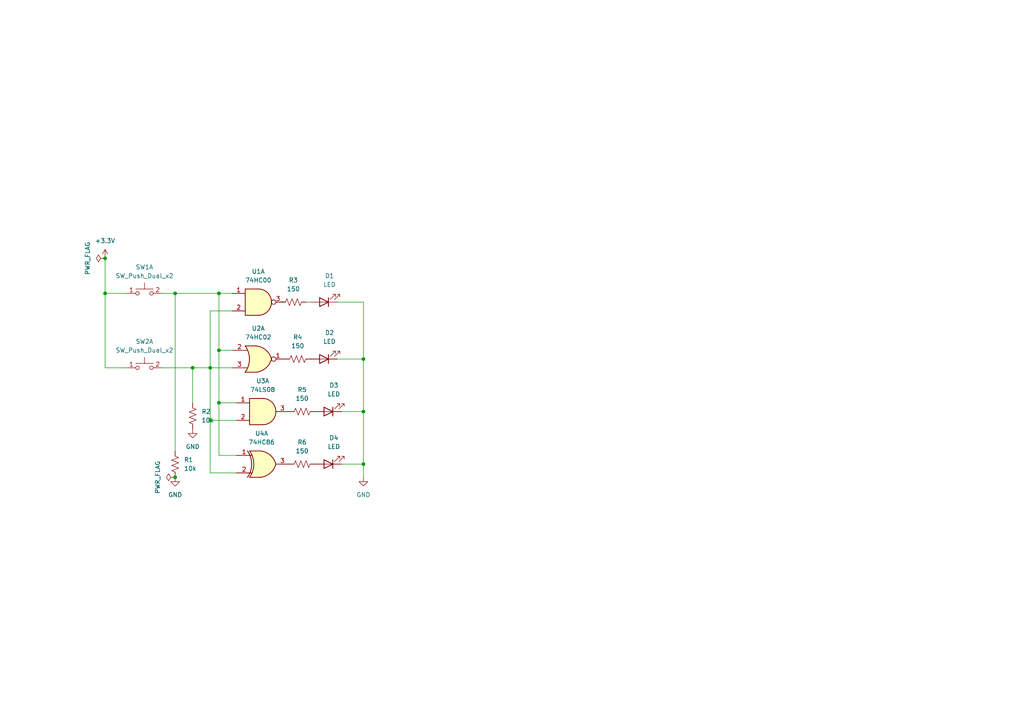
<source format=kicad_sch>
(kicad_sch (version 20211123) (generator eeschema)
  (paper "A4")
  (lib_symbols
    (symbol "74xx:74HC00" (pin_names (offset 1.016))
      (property "Reference" "U" (at 0 1.27 0))
      (property "Value" "74HC00" (at 0 -1.27 0))
      (symbol "74HC00_1_1"
        (arc (start 0 -3.81) (mid 3.81 0) (end 0 3.81) (stroke (width 0.254)) (fill (type background)))
        (polyline (pts (xy 0 3.81) (xy -3.81 3.81) (xy -3.81 -3.81) (xy 0 -3.81)) (stroke (width 0.254)) (fill (type background)))
        (pin input line (at -7.62 2.54 0) (length 3.81) (name "~") (number "1"))
        (pin input line (at -7.62 -2.54 0) (length 3.81) (name "~") (number "2"))
        (pin output inverted (at 7.62 0 180) (length 3.81) (name "~") (number "3"))
      )
      (symbol "74HC00_1_2"
        (arc (start -3.81 -3.81) (mid -2.589 0) (end -3.81 3.81) (stroke (width 0.254)))
        (arc (start -0.6096 -3.81) (mid 2.1842 -2.5851) (end 3.81 0) (stroke (width 0.254)) (fill (type background)))
        (polyline (pts (xy -3.81 -3.81) (xy -0.635 -3.81)) (stroke (width 0.254)) (fill (type background)))
        (polyline (pts (xy -3.81 3.81) (xy -0.635 3.81)) (stroke (width 0.254)) (fill (type background)))
        (polyline (pts (xy -0.635 3.81) (xy -3.81 3.81) (xy -3.81 3.81) (xy -3.556 3.4036) (xy -3.0226 2.2606) (xy -2.6924 1.0414) (xy -2.6162 -0.254) (xy -2.7686 -1.4986) (xy -3.175 -2.7178) (xy -3.81 -3.81) (xy -3.81 -3.81) (xy -0.635 -3.81)) (stroke (width -25.4)) (fill (type background)))
        (arc (start 3.81 0) (mid 2.1915 2.5936) (end -0.6096 3.81) (stroke (width 0.254)) (fill (type background)))
        (pin input inverted (at -7.62 2.54 0) (length 4.318) (name "~") (number "1"))
        (pin input inverted (at -7.62 -2.54 0) (length 4.318) (name "~") (number "2"))
        (pin output line (at 7.62 0 180) (length 3.81) (name "~") (number "3"))
      )
      (symbol "74HC00_2_1"
        (arc (start 0 -3.81) (mid 3.81 0) (end 0 3.81) (stroke (width 0.254)) (fill (type background)))
        (polyline (pts (xy 0 3.81) (xy -3.81 3.81) (xy -3.81 -3.81) (xy 0 -3.81)) (stroke (width 0.254)) (fill (type background)))
        (pin input line (at -7.62 2.54 0) (length 3.81) (name "~") (number "4"))
        (pin input line (at -7.62 -2.54 0) (length 3.81) (name "~") (number "5"))
        (pin output inverted (at 7.62 0 180) (length 3.81) (name "~") (number "6"))
      )
      (symbol "74HC00_2_2"
        (arc (start -3.81 -3.81) (mid -2.589 0) (end -3.81 3.81) (stroke (width 0.254)))
        (arc (start -0.6096 -3.81) (mid 2.1842 -2.5851) (end 3.81 0) (stroke (width 0.254)) (fill (type background)))
        (polyline (pts (xy -3.81 -3.81) (xy -0.635 -3.81)) (stroke (width 0.254)) (fill (type background)))
        (polyline (pts (xy -3.81 3.81) (xy -0.635 3.81)) (stroke (width 0.254)) (fill (type background)))
        (polyline (pts (xy -0.635 3.81) (xy -3.81 3.81) (xy -3.81 3.81) (xy -3.556 3.4036) (xy -3.0226 2.2606) (xy -2.6924 1.0414) (xy -2.6162 -0.254) (xy -2.7686 -1.4986) (xy -3.175 -2.7178) (xy -3.81 -3.81) (xy -3.81 -3.81) (xy -0.635 -3.81)) (stroke (width -25.4)) (fill (type background)))
        (arc (start 3.81 0) (mid 2.1915 2.5936) (end -0.6096 3.81) (stroke (width 0.254)) (fill (type background)))
        (pin input inverted (at -7.62 2.54 0) (length 4.318) (name "~") (number "4"))
        (pin input inverted (at -7.62 -2.54 0) (length 4.318) (name "~") (number "5"))
        (pin output line (at 7.62 0 180) (length 3.81) (name "~") (number "6"))
      )
      (symbol "74HC00_3_1"
        (arc (start 0 -3.81) (mid 3.81 0) (end 0 3.81) (stroke (width 0.254)) (fill (type background)))
        (polyline (pts (xy 0 3.81) (xy -3.81 3.81) (xy -3.81 -3.81) (xy 0 -3.81)) (stroke (width 0.254)) (fill (type background)))
        (pin input line (at -7.62 -2.54 0) (length 3.81) (name "~") (number "10"))
        (pin output inverted (at 7.62 0 180) (length 3.81) (name "~") (number "8"))
        (pin input line (at -7.62 2.54 0) (length 3.81) (name "~") (number "9"))
      )
      (symbol "74HC00_3_2"
        (arc (start -3.81 -3.81) (mid -2.589 0) (end -3.81 3.81) (stroke (width 0.254)))
        (arc (start -0.6096 -3.81) (mid 2.1842 -2.5851) (end 3.81 0) (stroke (width 0.254)) (fill (type background)))
        (polyline (pts (xy -3.81 -3.81) (xy -0.635 -3.81)) (stroke (width 0.254)) (fill (type background)))
        (polyline (pts (xy -3.81 3.81) (xy -0.635 3.81)) (stroke (width 0.254)) (fill (type background)))
        (polyline (pts (xy -0.635 3.81) (xy -3.81 3.81) (xy -3.81 3.81) (xy -3.556 3.4036) (xy -3.0226 2.2606) (xy -2.6924 1.0414) (xy -2.6162 -0.254) (xy -2.7686 -1.4986) (xy -3.175 -2.7178) (xy -3.81 -3.81) (xy -3.81 -3.81) (xy -0.635 -3.81)) (stroke (width -25.4)) (fill (type background)))
        (arc (start 3.81 0) (mid 2.1915 2.5936) (end -0.6096 3.81) (stroke (width 0.254)) (fill (type background)))
        (pin input inverted (at -7.62 -2.54 0) (length 4.318) (name "~") (number "10"))
        (pin output line (at 7.62 0 180) (length 3.81) (name "~") (number "8"))
        (pin input inverted (at -7.62 2.54 0) (length 4.318) (name "~") (number "9"))
      )
      (symbol "74HC00_4_1"
        (arc (start 0 -3.81) (mid 3.81 0) (end 0 3.81) (stroke (width 0.254)) (fill (type background)))
        (polyline (pts (xy 0 3.81) (xy -3.81 3.81) (xy -3.81 -3.81) (xy 0 -3.81)) (stroke (width 0.254)) (fill (type background)))
        (pin output inverted (at 7.62 0 180) (length 3.81) (name "~") (number "11"))
        (pin input line (at -7.62 2.54 0) (length 3.81) (name "~") (number "12"))
        (pin input line (at -7.62 -2.54 0) (length 3.81) (name "~") (number "13"))
      )
      (symbol "74HC00_4_2"
        (arc (start -3.81 -3.81) (mid -2.589 0) (end -3.81 3.81) (stroke (width 0.254)))
        (arc (start -0.6096 -3.81) (mid 2.1842 -2.5851) (end 3.81 0) (stroke (width 0.254)) (fill (type background)))
        (polyline (pts (xy -3.81 -3.81) (xy -0.635 -3.81)) (stroke (width 0.254)) (fill (type background)))
        (polyline (pts (xy -3.81 3.81) (xy -0.635 3.81)) (stroke (width 0.254)) (fill (type background)))
        (polyline (pts (xy -0.635 3.81) (xy -3.81 3.81) (xy -3.81 3.81) (xy -3.556 3.4036) (xy -3.0226 2.2606) (xy -2.6924 1.0414) (xy -2.6162 -0.254) (xy -2.7686 -1.4986) (xy -3.175 -2.7178) (xy -3.81 -3.81) (xy -3.81 -3.81) (xy -0.635 -3.81)) (stroke (width -25.4)) (fill (type background)))
        (arc (start 3.81 0) (mid 2.1915 2.5936) (end -0.6096 3.81) (stroke (width 0.254)) (fill (type background)))
        (pin output line (at 7.62 0 180) (length 3.81) (name "~") (number "11"))
        (pin input inverted (at -7.62 2.54 0) (length 4.318) (name "~") (number "12"))
        (pin input inverted (at -7.62 -2.54 0) (length 4.318) (name "~") (number "13"))
      )
      (symbol "74HC00_5_0"
        (pin power_in line (at 0 12.7 270) (length 5.08) (name "VCC") (number "14"))
        (pin power_in line (at 0 -12.7 90) (length 5.08) (name "GND") (number "7"))
      )
      (symbol "74HC00_5_1"
        (rectangle (start -5.08 7.62) (end 5.08 -7.62) (stroke (width 0.254)) (fill (type background)))
      )
    )
    (symbol "74xx:74HC02" (pin_names (offset 1.016))
      (property "Reference" "U" (at 0 1.27 0))
      (property "Value" "74HC02" (at 0 -1.27 0))
      (symbol "74HC02_1_1"
        (arc (start -3.81 -3.81) (mid -2.589 0) (end -3.81 3.81) (stroke (width 0.254)))
        (arc (start -0.6096 -3.81) (mid 2.1842 -2.5851) (end 3.81 0) (stroke (width 0.254)) (fill (type background)))
        (polyline (pts (xy -3.81 -3.81) (xy -0.635 -3.81)) (stroke (width 0.254)) (fill (type background)))
        (polyline (pts (xy -3.81 3.81) (xy -0.635 3.81)) (stroke (width 0.254)) (fill (type background)))
        (polyline (pts (xy -0.635 3.81) (xy -3.81 3.81) (xy -3.81 3.81) (xy -3.556 3.4036) (xy -3.0226 2.2606) (xy -2.6924 1.0414) (xy -2.6162 -0.254) (xy -2.7686 -1.4986) (xy -3.175 -2.7178) (xy -3.81 -3.81) (xy -3.81 -3.81) (xy -0.635 -3.81)) (stroke (width -25.4)) (fill (type background)))
        (arc (start 3.81 0) (mid 2.1915 2.5936) (end -0.6096 3.81) (stroke (width 0.254)) (fill (type background)))
        (pin output inverted (at 7.62 0 180) (length 3.81) (name "~") (number "1"))
        (pin input line (at -7.62 2.54 0) (length 4.318) (name "~") (number "2"))
        (pin input line (at -7.62 -2.54 0) (length 4.318) (name "~") (number "3"))
      )
      (symbol "74HC02_1_2"
        (arc (start 0 -3.81) (mid 3.81 0) (end 0 3.81) (stroke (width 0.254)) (fill (type background)))
        (polyline (pts (xy 0 3.81) (xy -3.81 3.81) (xy -3.81 -3.81) (xy 0 -3.81)) (stroke (width 0.254)) (fill (type background)))
        (pin output line (at 7.62 0 180) (length 3.81) (name "~") (number "1"))
        (pin input inverted (at -7.62 2.54 0) (length 3.81) (name "~") (number "2"))
        (pin input inverted (at -7.62 -2.54 0) (length 3.81) (name "~") (number "3"))
      )
      (symbol "74HC02_2_1"
        (arc (start -3.81 -3.81) (mid -2.589 0) (end -3.81 3.81) (stroke (width 0.254)))
        (arc (start -0.6096 -3.81) (mid 2.1842 -2.5851) (end 3.81 0) (stroke (width 0.254)) (fill (type background)))
        (polyline (pts (xy -3.81 -3.81) (xy -0.635 -3.81)) (stroke (width 0.254)) (fill (type background)))
        (polyline (pts (xy -3.81 3.81) (xy -0.635 3.81)) (stroke (width 0.254)) (fill (type background)))
        (polyline (pts (xy -0.635 3.81) (xy -3.81 3.81) (xy -3.81 3.81) (xy -3.556 3.4036) (xy -3.0226 2.2606) (xy -2.6924 1.0414) (xy -2.6162 -0.254) (xy -2.7686 -1.4986) (xy -3.175 -2.7178) (xy -3.81 -3.81) (xy -3.81 -3.81) (xy -0.635 -3.81)) (stroke (width -25.4)) (fill (type background)))
        (arc (start 3.81 0) (mid 2.1915 2.5936) (end -0.6096 3.81) (stroke (width 0.254)) (fill (type background)))
        (pin output inverted (at 7.62 0 180) (length 3.81) (name "~") (number "4"))
        (pin input line (at -7.62 2.54 0) (length 4.318) (name "~") (number "5"))
        (pin input line (at -7.62 -2.54 0) (length 4.318) (name "~") (number "6"))
      )
      (symbol "74HC02_2_2"
        (arc (start 0 -3.81) (mid 3.81 0) (end 0 3.81) (stroke (width 0.254)) (fill (type background)))
        (polyline (pts (xy 0 3.81) (xy -3.81 3.81) (xy -3.81 -3.81) (xy 0 -3.81)) (stroke (width 0.254)) (fill (type background)))
        (pin output line (at 7.62 0 180) (length 3.81) (name "~") (number "4"))
        (pin input inverted (at -7.62 2.54 0) (length 3.81) (name "~") (number "5"))
        (pin input inverted (at -7.62 -2.54 0) (length 3.81) (name "~") (number "6"))
      )
      (symbol "74HC02_3_1"
        (arc (start -3.81 -3.81) (mid -2.589 0) (end -3.81 3.81) (stroke (width 0.254)))
        (arc (start -0.6096 -3.81) (mid 2.1842 -2.5851) (end 3.81 0) (stroke (width 0.254)) (fill (type background)))
        (polyline (pts (xy -3.81 -3.81) (xy -0.635 -3.81)) (stroke (width 0.254)) (fill (type background)))
        (polyline (pts (xy -3.81 3.81) (xy -0.635 3.81)) (stroke (width 0.254)) (fill (type background)))
        (polyline (pts (xy -0.635 3.81) (xy -3.81 3.81) (xy -3.81 3.81) (xy -3.556 3.4036) (xy -3.0226 2.2606) (xy -2.6924 1.0414) (xy -2.6162 -0.254) (xy -2.7686 -1.4986) (xy -3.175 -2.7178) (xy -3.81 -3.81) (xy -3.81 -3.81) (xy -0.635 -3.81)) (stroke (width -25.4)) (fill (type background)))
        (arc (start 3.81 0) (mid 2.1915 2.5936) (end -0.6096 3.81) (stroke (width 0.254)) (fill (type background)))
        (pin output inverted (at 7.62 0 180) (length 3.81) (name "~") (number "10"))
        (pin input line (at -7.62 2.54 0) (length 4.318) (name "~") (number "8"))
        (pin input line (at -7.62 -2.54 0) (length 4.318) (name "~") (number "9"))
      )
      (symbol "74HC02_3_2"
        (arc (start 0 -3.81) (mid 3.81 0) (end 0 3.81) (stroke (width 0.254)) (fill (type background)))
        (polyline (pts (xy 0 3.81) (xy -3.81 3.81) (xy -3.81 -3.81) (xy 0 -3.81)) (stroke (width 0.254)) (fill (type background)))
        (pin output line (at 7.62 0 180) (length 3.81) (name "~") (number "10"))
        (pin input inverted (at -7.62 2.54 0) (length 3.81) (name "~") (number "8"))
        (pin input inverted (at -7.62 -2.54 0) (length 3.81) (name "~") (number "9"))
      )
      (symbol "74HC02_4_1"
        (arc (start -3.81 -3.81) (mid -2.589 0) (end -3.81 3.81) (stroke (width 0.254)))
        (arc (start -0.6096 -3.81) (mid 2.1842 -2.5851) (end 3.81 0) (stroke (width 0.254)) (fill (type background)))
        (polyline (pts (xy -3.81 -3.81) (xy -0.635 -3.81)) (stroke (width 0.254)) (fill (type background)))
        (polyline (pts (xy -3.81 3.81) (xy -0.635 3.81)) (stroke (width 0.254)) (fill (type background)))
        (polyline (pts (xy -0.635 3.81) (xy -3.81 3.81) (xy -3.81 3.81) (xy -3.556 3.4036) (xy -3.0226 2.2606) (xy -2.6924 1.0414) (xy -2.6162 -0.254) (xy -2.7686 -1.4986) (xy -3.175 -2.7178) (xy -3.81 -3.81) (xy -3.81 -3.81) (xy -0.635 -3.81)) (stroke (width -25.4)) (fill (type background)))
        (arc (start 3.81 0) (mid 2.1915 2.5936) (end -0.6096 3.81) (stroke (width 0.254)) (fill (type background)))
        (pin input line (at -7.62 2.54 0) (length 4.318) (name "~") (number "11"))
        (pin input line (at -7.62 -2.54 0) (length 4.318) (name "~") (number "12"))
        (pin output inverted (at 7.62 0 180) (length 3.81) (name "~") (number "13"))
      )
      (symbol "74HC02_4_2"
        (arc (start 0 -3.81) (mid 3.81 0) (end 0 3.81) (stroke (width 0.254)) (fill (type background)))
        (polyline (pts (xy 0 3.81) (xy -3.81 3.81) (xy -3.81 -3.81) (xy 0 -3.81)) (stroke (width 0.254)) (fill (type background)))
        (pin input inverted (at -7.62 2.54 0) (length 3.81) (name "~") (number "11"))
        (pin input inverted (at -7.62 -2.54 0) (length 3.81) (name "~") (number "12"))
        (pin output line (at 7.62 0 180) (length 3.81) (name "~") (number "13"))
      )
      (symbol "74HC02_5_0"
        (pin power_in line (at 0 12.7 270) (length 5.08) (name "VCC") (number "14"))
        (pin power_in line (at 0 -12.7 90) (length 5.08) (name "GND") (number "7"))
      )
      (symbol "74HC02_5_1"
        (rectangle (start -5.08 7.62) (end 5.08 -7.62) (stroke (width 0.254)) (fill (type background)))
      )
    )
    (symbol "74xx:74HC86" (pin_names (offset 1.016))
      (property "Reference" "U" (at 0 1.27 0))
      (property "Value" "74HC86" (at 0 -1.27 0))
      (symbol "74HC86_1_0"
        (arc (start -4.4196 -3.81) (mid -3.2033 0) (end -4.4196 3.81) (stroke (width 0.254)))
        (arc (start -3.81 -3.81) (mid -2.589 0) (end -3.81 3.81) (stroke (width 0.254)))
        (arc (start -0.6096 -3.81) (mid 2.1842 -2.5851) (end 3.81 0) (stroke (width 0.254)) (fill (type background)))
        (polyline (pts (xy -3.81 -3.81) (xy -0.635 -3.81)) (stroke (width 0.254)) (fill (type background)))
        (polyline (pts (xy -3.81 3.81) (xy -0.635 3.81)) (stroke (width 0.254)) (fill (type background)))
        (polyline (pts (xy -0.635 3.81) (xy -3.81 3.81) (xy -3.81 3.81) (xy -3.556 3.4036) (xy -3.0226 2.2606) (xy -2.6924 1.0414) (xy -2.6162 -0.254) (xy -2.7686 -1.4986) (xy -3.175 -2.7178) (xy -3.81 -3.81) (xy -3.81 -3.81) (xy -0.635 -3.81)) (stroke (width -25.4)) (fill (type background)))
        (arc (start 3.81 0) (mid 2.1915 2.5936) (end -0.6096 3.81) (stroke (width 0.254)) (fill (type background)))
        (pin input line (at -7.62 2.54 0) (length 4.445) (name "~") (number "1"))
        (pin input line (at -7.62 -2.54 0) (length 4.445) (name "~") (number "2"))
        (pin output line (at 7.62 0 180) (length 3.81) (name "~") (number "3"))
      )
      (symbol "74HC86_1_1"
        (polyline (pts (xy -3.81 -2.54) (xy -3.175 -2.54)) (stroke (width 0.1524)))
        (polyline (pts (xy -3.81 2.54) (xy -3.175 2.54)) (stroke (width 0.1524)))
      )
      (symbol "74HC86_2_0"
        (arc (start -4.4196 -3.81) (mid -3.2033 0) (end -4.4196 3.81) (stroke (width 0.254)))
        (arc (start -3.81 -3.81) (mid -2.589 0) (end -3.81 3.81) (stroke (width 0.254)))
        (arc (start -0.6096 -3.81) (mid 2.1842 -2.5851) (end 3.81 0) (stroke (width 0.254)) (fill (type background)))
        (polyline (pts (xy -3.81 -3.81) (xy -0.635 -3.81)) (stroke (width 0.254)) (fill (type background)))
        (polyline (pts (xy -3.81 3.81) (xy -0.635 3.81)) (stroke (width 0.254)) (fill (type background)))
        (polyline (pts (xy -0.635 3.81) (xy -3.81 3.81) (xy -3.81 3.81) (xy -3.556 3.4036) (xy -3.0226 2.2606) (xy -2.6924 1.0414) (xy -2.6162 -0.254) (xy -2.7686 -1.4986) (xy -3.175 -2.7178) (xy -3.81 -3.81) (xy -3.81 -3.81) (xy -0.635 -3.81)) (stroke (width -25.4)) (fill (type background)))
        (arc (start 3.81 0) (mid 2.1915 2.5936) (end -0.6096 3.81) (stroke (width 0.254)) (fill (type background)))
        (pin input line (at -7.62 2.54 0) (length 4.445) (name "~") (number "4"))
        (pin input line (at -7.62 -2.54 0) (length 4.445) (name "~") (number "5"))
        (pin output line (at 7.62 0 180) (length 3.81) (name "~") (number "6"))
      )
      (symbol "74HC86_2_1"
        (polyline (pts (xy -3.81 -2.54) (xy -3.175 -2.54)) (stroke (width 0.1524)))
        (polyline (pts (xy -3.81 2.54) (xy -3.175 2.54)) (stroke (width 0.1524)))
      )
      (symbol "74HC86_3_0"
        (arc (start -4.4196 -3.81) (mid -3.2033 0) (end -4.4196 3.81) (stroke (width 0.254)))
        (arc (start -3.81 -3.81) (mid -2.589 0) (end -3.81 3.81) (stroke (width 0.254)))
        (arc (start -0.6096 -3.81) (mid 2.1842 -2.5851) (end 3.81 0) (stroke (width 0.254)) (fill (type background)))
        (polyline (pts (xy -3.81 -3.81) (xy -0.635 -3.81)) (stroke (width 0.254)) (fill (type background)))
        (polyline (pts (xy -3.81 3.81) (xy -0.635 3.81)) (stroke (width 0.254)) (fill (type background)))
        (polyline (pts (xy -0.635 3.81) (xy -3.81 3.81) (xy -3.81 3.81) (xy -3.556 3.4036) (xy -3.0226 2.2606) (xy -2.6924 1.0414) (xy -2.6162 -0.254) (xy -2.7686 -1.4986) (xy -3.175 -2.7178) (xy -3.81 -3.81) (xy -3.81 -3.81) (xy -0.635 -3.81)) (stroke (width -25.4)) (fill (type background)))
        (arc (start 3.81 0) (mid 2.1915 2.5936) (end -0.6096 3.81) (stroke (width 0.254)) (fill (type background)))
        (pin input line (at -7.62 -2.54 0) (length 4.445) (name "~") (number "10"))
        (pin output line (at 7.62 0 180) (length 3.81) (name "~") (number "8"))
        (pin input line (at -7.62 2.54 0) (length 4.445) (name "~") (number "9"))
      )
      (symbol "74HC86_3_1"
        (polyline (pts (xy -3.81 -2.54) (xy -3.175 -2.54)) (stroke (width 0.1524)))
        (polyline (pts (xy -3.81 2.54) (xy -3.175 2.54)) (stroke (width 0.1524)))
      )
      (symbol "74HC86_4_0"
        (arc (start -4.4196 -3.81) (mid -3.2033 0) (end -4.4196 3.81) (stroke (width 0.254)))
        (arc (start -3.81 -3.81) (mid -2.589 0) (end -3.81 3.81) (stroke (width 0.254)))
        (arc (start -0.6096 -3.81) (mid 2.1842 -2.5851) (end 3.81 0) (stroke (width 0.254)) (fill (type background)))
        (polyline (pts (xy -3.81 -3.81) (xy -0.635 -3.81)) (stroke (width 0.254)) (fill (type background)))
        (polyline (pts (xy -3.81 3.81) (xy -0.635 3.81)) (stroke (width 0.254)) (fill (type background)))
        (polyline (pts (xy -0.635 3.81) (xy -3.81 3.81) (xy -3.81 3.81) (xy -3.556 3.4036) (xy -3.0226 2.2606) (xy -2.6924 1.0414) (xy -2.6162 -0.254) (xy -2.7686 -1.4986) (xy -3.175 -2.7178) (xy -3.81 -3.81) (xy -3.81 -3.81) (xy -0.635 -3.81)) (stroke (width -25.4)) (fill (type background)))
        (arc (start 3.81 0) (mid 2.1915 2.5936) (end -0.6096 3.81) (stroke (width 0.254)) (fill (type background)))
        (pin output line (at 7.62 0 180) (length 3.81) (name "~") (number "11"))
        (pin input line (at -7.62 2.54 0) (length 4.445) (name "~") (number "12"))
        (pin input line (at -7.62 -2.54 0) (length 4.445) (name "~") (number "13"))
      )
      (symbol "74HC86_4_1"
        (polyline (pts (xy -3.81 -2.54) (xy -3.175 -2.54)) (stroke (width 0.1524)))
        (polyline (pts (xy -3.81 2.54) (xy -3.175 2.54)) (stroke (width 0.1524)))
      )
      (symbol "74HC86_5_0"
        (pin power_in line (at 0 12.7 270) (length 5.08) (name "VCC") (number "14"))
        (pin power_in line (at 0 -12.7 90) (length 5.08) (name "GND") (number "7"))
      )
      (symbol "74HC86_5_1"
        (rectangle (start -5.08 7.62) (end 5.08 -7.62) (stroke (width 0.254)) (fill (type background)))
      )
    )
    (symbol "74xx:74LS08" (pin_names (offset 1.016))
      (property "Reference" "U" (at 0 1.27 0))
      (property "Value" "74LS08" (at 0 -1.27 0))
      (symbol "74LS08_1_1"
        (arc (start 0 -3.81) (mid 3.81 0) (end 0 3.81) (stroke (width 0.254)) (fill (type background)))
        (polyline (pts (xy 0 3.81) (xy -3.81 3.81) (xy -3.81 -3.81) (xy 0 -3.81)) (stroke (width 0.254)) (fill (type background)))
        (pin input line (at -7.62 2.54 0) (length 3.81) (name "~") (number "1"))
        (pin input line (at -7.62 -2.54 0) (length 3.81) (name "~") (number "2"))
        (pin output line (at 7.62 0 180) (length 3.81) (name "~") (number "3"))
      )
      (symbol "74LS08_1_2"
        (arc (start -3.81 -3.81) (mid -2.589 0) (end -3.81 3.81) (stroke (width 0.254)))
        (arc (start -0.6096 -3.81) (mid 2.1842 -2.5851) (end 3.81 0) (stroke (width 0.254)) (fill (type background)))
        (polyline (pts (xy -3.81 -3.81) (xy -0.635 -3.81)) (stroke (width 0.254)) (fill (type background)))
        (polyline (pts (xy -3.81 3.81) (xy -0.635 3.81)) (stroke (width 0.254)) (fill (type background)))
        (polyline (pts (xy -0.635 3.81) (xy -3.81 3.81) (xy -3.81 3.81) (xy -3.556 3.4036) (xy -3.0226 2.2606) (xy -2.6924 1.0414) (xy -2.6162 -0.254) (xy -2.7686 -1.4986) (xy -3.175 -2.7178) (xy -3.81 -3.81) (xy -3.81 -3.81) (xy -0.635 -3.81)) (stroke (width -25.4)) (fill (type background)))
        (arc (start 3.81 0) (mid 2.1915 2.5936) (end -0.6096 3.81) (stroke (width 0.254)) (fill (type background)))
        (pin input inverted (at -7.62 2.54 0) (length 4.318) (name "~") (number "1"))
        (pin input inverted (at -7.62 -2.54 0) (length 4.318) (name "~") (number "2"))
        (pin output inverted (at 7.62 0 180) (length 3.81) (name "~") (number "3"))
      )
      (symbol "74LS08_2_1"
        (arc (start 0 -3.81) (mid 3.81 0) (end 0 3.81) (stroke (width 0.254)) (fill (type background)))
        (polyline (pts (xy 0 3.81) (xy -3.81 3.81) (xy -3.81 -3.81) (xy 0 -3.81)) (stroke (width 0.254)) (fill (type background)))
        (pin input line (at -7.62 2.54 0) (length 3.81) (name "~") (number "4"))
        (pin input line (at -7.62 -2.54 0) (length 3.81) (name "~") (number "5"))
        (pin output line (at 7.62 0 180) (length 3.81) (name "~") (number "6"))
      )
      (symbol "74LS08_2_2"
        (arc (start -3.81 -3.81) (mid -2.589 0) (end -3.81 3.81) (stroke (width 0.254)))
        (arc (start -0.6096 -3.81) (mid 2.1842 -2.5851) (end 3.81 0) (stroke (width 0.254)) (fill (type background)))
        (polyline (pts (xy -3.81 -3.81) (xy -0.635 -3.81)) (stroke (width 0.254)) (fill (type background)))
        (polyline (pts (xy -3.81 3.81) (xy -0.635 3.81)) (stroke (width 0.254)) (fill (type background)))
        (polyline (pts (xy -0.635 3.81) (xy -3.81 3.81) (xy -3.81 3.81) (xy -3.556 3.4036) (xy -3.0226 2.2606) (xy -2.6924 1.0414) (xy -2.6162 -0.254) (xy -2.7686 -1.4986) (xy -3.175 -2.7178) (xy -3.81 -3.81) (xy -3.81 -3.81) (xy -0.635 -3.81)) (stroke (width -25.4)) (fill (type background)))
        (arc (start 3.81 0) (mid 2.1915 2.5936) (end -0.6096 3.81) (stroke (width 0.254)) (fill (type background)))
        (pin input inverted (at -7.62 2.54 0) (length 4.318) (name "~") (number "4"))
        (pin input inverted (at -7.62 -2.54 0) (length 4.318) (name "~") (number "5"))
        (pin output inverted (at 7.62 0 180) (length 3.81) (name "~") (number "6"))
      )
      (symbol "74LS08_3_1"
        (arc (start 0 -3.81) (mid 3.81 0) (end 0 3.81) (stroke (width 0.254)) (fill (type background)))
        (polyline (pts (xy 0 3.81) (xy -3.81 3.81) (xy -3.81 -3.81) (xy 0 -3.81)) (stroke (width 0.254)) (fill (type background)))
        (pin input line (at -7.62 -2.54 0) (length 3.81) (name "~") (number "10"))
        (pin output line (at 7.62 0 180) (length 3.81) (name "~") (number "8"))
        (pin input line (at -7.62 2.54 0) (length 3.81) (name "~") (number "9"))
      )
      (symbol "74LS08_3_2"
        (arc (start -3.81 -3.81) (mid -2.589 0) (end -3.81 3.81) (stroke (width 0.254)))
        (arc (start -0.6096 -3.81) (mid 2.1842 -2.5851) (end 3.81 0) (stroke (width 0.254)) (fill (type background)))
        (polyline (pts (xy -3.81 -3.81) (xy -0.635 -3.81)) (stroke (width 0.254)) (fill (type background)))
        (polyline (pts (xy -3.81 3.81) (xy -0.635 3.81)) (stroke (width 0.254)) (fill (type background)))
        (polyline (pts (xy -0.635 3.81) (xy -3.81 3.81) (xy -3.81 3.81) (xy -3.556 3.4036) (xy -3.0226 2.2606) (xy -2.6924 1.0414) (xy -2.6162 -0.254) (xy -2.7686 -1.4986) (xy -3.175 -2.7178) (xy -3.81 -3.81) (xy -3.81 -3.81) (xy -0.635 -3.81)) (stroke (width -25.4)) (fill (type background)))
        (arc (start 3.81 0) (mid 2.1915 2.5936) (end -0.6096 3.81) (stroke (width 0.254)) (fill (type background)))
        (pin input inverted (at -7.62 -2.54 0) (length 4.318) (name "~") (number "10"))
        (pin output inverted (at 7.62 0 180) (length 3.81) (name "~") (number "8"))
        (pin input inverted (at -7.62 2.54 0) (length 4.318) (name "~") (number "9"))
      )
      (symbol "74LS08_4_1"
        (arc (start 0 -3.81) (mid 3.81 0) (end 0 3.81) (stroke (width 0.254)) (fill (type background)))
        (polyline (pts (xy 0 3.81) (xy -3.81 3.81) (xy -3.81 -3.81) (xy 0 -3.81)) (stroke (width 0.254)) (fill (type background)))
        (pin output line (at 7.62 0 180) (length 3.81) (name "~") (number "11"))
        (pin input line (at -7.62 2.54 0) (length 3.81) (name "~") (number "12"))
        (pin input line (at -7.62 -2.54 0) (length 3.81) (name "~") (number "13"))
      )
      (symbol "74LS08_4_2"
        (arc (start -3.81 -3.81) (mid -2.589 0) (end -3.81 3.81) (stroke (width 0.254)))
        (arc (start -0.6096 -3.81) (mid 2.1842 -2.5851) (end 3.81 0) (stroke (width 0.254)) (fill (type background)))
        (polyline (pts (xy -3.81 -3.81) (xy -0.635 -3.81)) (stroke (width 0.254)) (fill (type background)))
        (polyline (pts (xy -3.81 3.81) (xy -0.635 3.81)) (stroke (width 0.254)) (fill (type background)))
        (polyline (pts (xy -0.635 3.81) (xy -3.81 3.81) (xy -3.81 3.81) (xy -3.556 3.4036) (xy -3.0226 2.2606) (xy -2.6924 1.0414) (xy -2.6162 -0.254) (xy -2.7686 -1.4986) (xy -3.175 -2.7178) (xy -3.81 -3.81) (xy -3.81 -3.81) (xy -0.635 -3.81)) (stroke (width -25.4)) (fill (type background)))
        (arc (start 3.81 0) (mid 2.1915 2.5936) (end -0.6096 3.81) (stroke (width 0.254)) (fill (type background)))
        (pin output inverted (at 7.62 0 180) (length 3.81) (name "~") (number "11"))
        (pin input inverted (at -7.62 2.54 0) (length 4.318) (name "~") (number "12"))
        (pin input inverted (at -7.62 -2.54 0) (length 4.318) (name "~") (number "13"))
      )
      (symbol "74LS08_5_0"
        (pin power_in line (at 0 12.7 270) (length 5.08) (name "VCC") (number "14"))
        (pin power_in line (at 0 -12.7 90) (length 5.08) (name "GND") (number "7"))
      )
      (symbol "74LS08_5_1"
        (rectangle (start -5.08 7.62) (end 5.08 -7.62) (stroke (width 0.254)) (fill (type background)))
      )
    )
    (symbol "Device:LED" (pin_numbers hide) (pin_names (offset 1.016) hide)
      (property "Reference" "D" (at 0 2.54 0))
      (property "Value" "LED" (at 0 -2.54 0))
      (symbol "LED_0_1"
        (polyline (pts (xy -1.27 -1.27) (xy -1.27 1.27)) (stroke (width 0.254)))
        (polyline (pts (xy -1.27 0) (xy 1.27 0)))
        (polyline (pts (xy 1.27 -1.27) (xy 1.27 1.27) (xy -1.27 0) (xy 1.27 -1.27)) (stroke (width 0.254)))
        (polyline (pts (xy -3.048 -0.762) (xy -4.572 -2.286) (xy -3.81 -2.286) (xy -4.572 -2.286) (xy -4.572 -1.524)))
        (polyline (pts (xy -1.778 -0.762) (xy -3.302 -2.286) (xy -2.54 -2.286) (xy -3.302 -2.286) (xy -3.302 -1.524)))
      )
      (symbol "LED_1_1"
        (pin passive line (at -3.81 0 0) (length 2.54) (name "K") (number "1"))
        (pin passive line (at 3.81 0 180) (length 2.54) (name "A") (number "2"))
      )
    )
    (symbol "Device:R_US" (pin_numbers hide) (pin_names (offset 0))
      (property "Reference" "R" (at 2.54 0 90))
      (property "Value" "R_US" (at -2.54 0 90))
      (symbol "R_US_0_1"
        (polyline (pts (xy 0 -2.286) (xy 0 -2.54)))
        (polyline (pts (xy 0 2.286) (xy 0 2.54)))
        (polyline (pts (xy 0 -0.762) (xy 1.016 -1.143) (xy 0 -1.524) (xy -1.016 -1.905) (xy 0 -2.286)))
        (polyline (pts (xy 0 0.762) (xy 1.016 0.381) (xy 0 0) (xy -1.016 -0.381) (xy 0 -0.762)))
        (polyline (pts (xy 0 2.286) (xy 1.016 1.905) (xy 0 1.524) (xy -1.016 1.143) (xy 0 0.762)))
      )
      (symbol "R_US_1_1"
        (pin passive line (at 0 3.81 270) (length 1.27) (name "~") (number "1"))
        (pin passive line (at 0 -3.81 90) (length 1.27) (name "~") (number "2"))
      )
    )
    (symbol "Switch:SW_Push_Dual_x2" (pin_names (offset 1.016) hide)
      (property "Reference" "SW" (at 1.27 2.54 0))
      (property "Value" "SW_Push_Dual_x2" (at 0 -1.524 0))
      (symbol "SW_Push_Dual_x2_0_1"
        (circle (center -2.032 0) (radius 0.508))
        (polyline (pts (xy 0 1.27) (xy 0 3.048)))
        (polyline (pts (xy 2.54 1.27) (xy -2.54 1.27)))
        (circle (center 2.032 0) (radius 0.508))
      )
      (symbol "SW_Push_Dual_x2_1_1"
        (pin passive line (at -5.08 0 0) (length 2.54) (name "C") (number "1"))
        (pin passive line (at 5.08 0 180) (length 2.54) (name "D") (number "2"))
      )
      (symbol "SW_Push_Dual_x2_2_1"
        (pin passive line (at -5.08 0 0) (length 2.54) (name "C") (number "3"))
        (pin passive line (at 5.08 0 180) (length 2.54) (name "D") (number "4"))
      )
    )
    (symbol "power:+3.3V" (power) (pin_names (offset 0))
      (property "Value" "+3.3V" (at 0 3.556 0))
      (symbol "+3.3V_0_1"
        (polyline (pts (xy -0.762 1.27) (xy 0 2.54)))
        (polyline (pts (xy 0 0) (xy 0 2.54)))
        (polyline (pts (xy 0 2.54) (xy 0.762 1.27)))
      )
      (symbol "+3.3V_1_1"
        (pin power_in line (at 0 0 90) (length 0) hide (name "+3.3V") (number "1"))
      )
    )
    (symbol "power:GND" (power) (pin_names (offset 0))
      (property "Value" "GND" (at 0 -3.81 0))
      (symbol "GND_0_1"
        (polyline (pts (xy 0 0) (xy 0 -1.27) (xy 1.27 -1.27) (xy 0 -2.54) (xy -1.27 -1.27) (xy 0 -1.27)))
      )
      (symbol "GND_1_1"
        (pin power_in line (at 0 0 270) (length 0) hide (name "GND") (number "1"))
      )
    )
    (symbol "power:PWR_FLAG" (power) (pin_numbers hide) (pin_names (offset 0) hide)
      (property "Value" "PWR_FLAG" (at 0 3.81 0))
      (symbol "PWR_FLAG_0_0"
        (pin power_out line (at 0 0 90) (length 0) (name "pwr") (number "1"))
      )
      (symbol "PWR_FLAG_0_1"
        (polyline (pts (xy 0 0) (xy 0 1.27) (xy -1.016 1.905) (xy 0 2.54) (xy 1.016 1.905) (xy 0 1.27)))
      )
    )
  )
  (junction (at 30.48 74.93))
  (junction (at 63.5 101.6))
  (junction (at 50.8 138.43))
  (junction (at 63.5 85.09))
  (junction (at 105.41 104.14))
  (junction (at 105.41 119.38))
  (junction (at 63.5 116.84))
  (junction (at 60.96 121.92))
  (junction (at 30.48 85.09))
  (junction (at 50.8 85.09))
  (junction (at 60.96 106.68))
  (junction (at 105.41 134.62))
  (junction (at 55.88 106.68))
  (wire (pts (xy 60.96 121.92) (xy 60.96 137.16)))
  (wire (pts (xy 30.48 74.93) (xy 30.48 85.09)))
  (wire (pts (xy 63.5 85.09) (xy 67.31 85.09)))
  (wire (pts (xy 105.41 104.14) (xy 105.41 119.38)))
  (wire (pts (xy 63.5 101.6) (xy 63.5 116.84)))
  (wire (pts (xy 55.88 106.68) (xy 60.96 106.68)))
  (wire (pts (xy 105.41 87.63) (xy 105.41 104.14)))
  (wire (pts (xy 30.48 85.09) (xy 36.83 85.09)))
  (wire (pts (xy 63.5 101.6) (xy 67.31 101.6)))
  (wire (pts (xy 99.06 134.62) (xy 105.41 134.62)))
  (wire (pts (xy 63.5 132.08) (xy 68.58 132.08)))
  (wire (pts (xy 82.55 87.63) (xy 81.28 87.63)))
  (wire (pts (xy 63.5 85.09) (xy 63.5 101.6)))
  (wire (pts (xy 50.8 85.09) (xy 50.8 130.81)))
  (wire (pts (xy 60.96 90.17) (xy 67.31 90.17)))
  (wire (pts (xy 60.96 106.68) (xy 60.96 121.92)))
  (wire (pts (xy 63.5 116.84) (xy 68.58 116.84)))
  (wire (pts (xy 50.8 85.09) (xy 63.5 85.09)))
  (wire (pts (xy 60.96 106.68) (xy 60.96 90.17)))
  (wire (pts (xy 30.48 106.68) (xy 36.83 106.68)))
  (wire (pts (xy 46.99 106.68) (xy 55.88 106.68)))
  (wire (pts (xy 30.48 85.09) (xy 30.48 106.68)))
  (wire (pts (xy 97.79 104.14) (xy 105.41 104.14)))
  (wire (pts (xy 60.96 121.92) (xy 68.58 121.92)))
  (wire (pts (xy 97.79 87.63) (xy 105.41 87.63)))
  (wire (pts (xy 55.88 106.68) (xy 55.88 116.84)))
  (wire (pts (xy 60.96 106.68) (xy 67.31 106.68)))
  (wire (pts (xy 63.5 116.84) (xy 63.5 132.08)))
  (wire (pts (xy 99.06 119.38) (xy 105.41 119.38)))
  (wire (pts (xy 46.99 85.09) (xy 50.8 85.09)))
  (wire (pts (xy 105.41 134.62) (xy 105.41 138.43)))
  (wire (pts (xy 88.9 87.63) (xy 90.17 87.63)))
  (wire (pts (xy 60.96 137.16) (xy 68.58 137.16)))
  (wire (pts (xy 105.41 119.38) (xy 105.41 134.62)))
  (symbol (lib_id "power:PWR_FLAG") (at 50.8 138.43 90) (unit 1)
    (property "Reference" "#FLG0103" (effects hide))
    (property "Value" "PWR_FLAG" (at 45.72 138.43 0))
  )
  (symbol (lib_id "Device:LED") (at 95.25 134.62 180) (unit 1)
    (property "Reference" "D4" (at 96.8375 127 0))
    (property "Value" "LED" (at 96.8375 129.54 0))
  )
  (symbol (lib_id "74xx:74HC02") (at 74.93 104.14 0) (unit 1)
    (property "Reference" "U2" (at 74.93 95.25 0))
    (property "Value" "74HC02" (at 74.93 97.79 0))
    (property "Datasheet" "http://www.ti.com/lit/gpn/sn74hc02" (effects hide))
  )
  (symbol (lib_id "Switch:SW_Push_Dual_x2") (at 41.91 106.68 0) (unit 1)
    (property "Reference" "SW2" (at 41.91 99.06 0))
    (property "Value" "SW_Push_Dual_x2" (at 41.91 101.6 0))
  )
  (symbol (lib_id "74xx:74LS08") (at 76.2 119.38 0) (unit 1)
    (property "Reference" "U3" (at 76.2 110.49 0))
    (property "Value" "74LS08" (at 76.2 113.03 0))
    (property "Datasheet" "http://www.ti.com/lit/gpn/sn74LS08" (effects hide))
  )
  (symbol (lib_id "Device:LED") (at 95.25 119.38 180) (unit 1)
    (property "Reference" "D3" (at 96.8375 111.76 0))
    (property "Value" "LED" (at 96.8375 114.3 0))
  )
  (symbol (lib_id "power:GND") (at 50.8 138.43 0) (unit 1)
    (property "Reference" "#PWR0103" (effects hide))
    (property "Value" "GND" (at 50.8 143.51 0))
  )
  (symbol (lib_id "Device:R_US") (at 86.36 104.14 90) (unit 1)
    (property "Reference" "R4" (at 86.36 97.79 90))
    (property "Value" "150" (at 86.36 100.33 90))
  )
  (symbol (lib_id "Switch:SW_Push_Dual_x2") (at 41.91 85.09 0) (unit 1)
    (property "Reference" "SW1" (at 41.91 77.47 0))
    (property "Value" "SW_Push_Dual_x2" (at 41.91 80.01 0))
  )
  (symbol (lib_id "Device:R_US") (at 55.88 120.65 180) (unit 1)
    (property "Reference" "R2" (at 58.42 119.3799 0) (effects (justify right)))
    (property "Value" "10k" (at 58.42 121.9199 0) (effects (justify right)))
  )
  (symbol (lib_id "Device:R_US") (at 87.63 134.62 90) (unit 1)
    (property "Reference" "R6" (at 87.63 128.27 90))
    (property "Value" "150" (at 87.63 130.81 90))
  )
  (symbol (lib_id "Device:R_US") (at 50.8 134.62 180) (unit 1)
    (property "Reference" "R1" (at 53.34 133.3499 0) (effects (justify right)))
    (property "Value" "10k" (at 53.34 135.8899 0) (effects (justify right)))
  )
  (symbol (lib_id "74xx:74HC00") (at 74.93 87.63 0) (unit 1)
    (property "Reference" "U1" (at 74.93 78.74 0))
    (property "Value" "74HC00" (at 74.93 81.28 0))
    (property "Datasheet" "http://www.ti.com/lit/gpn/sn74hc00" (effects hide))
  )
  (symbol (lib_id "power:+3.3V") (at 30.48 74.93 0) (unit 1)
    (property "Reference" "#PWR0101" (effects hide))
    (property "Value" "+3.3V" (at 30.48 69.85 0))
  )
  (symbol (lib_id "74xx:74HC86") (at 76.2 134.62 0) (unit 1)
    (property "Reference" "U4" (at 75.8952 125.73 0))
    (property "Value" "74HC86" (at 75.8952 128.27 0))
    (property "Datasheet" "http://www.ti.com/lit/gpn/sn74HC86" (effects hide))
  )
  (symbol (lib_id "Device:R_US") (at 87.63 119.38 90) (unit 1)
    (property "Reference" "R5" (at 87.63 113.03 90))
    (property "Value" "150" (at 87.63 115.57 90))
  )
  (symbol (lib_id "Device:R_US") (at 85.09 87.63 90) (unit 1)
    (property "Reference" "R3" (at 85.09 81.28 90))
    (property "Value" "150" (at 85.09 83.82 90))
  )
  (symbol (lib_id "Device:LED") (at 93.98 104.14 180) (unit 1)
    (property "Reference" "D2" (at 95.5675 96.52 0))
    (property "Value" "LED" (at 95.5675 99.06 0))
  )
  (symbol (lib_id "Device:LED") (at 93.98 87.63 180) (unit 1)
    (property "Reference" "D1" (at 95.5675 80.01 0))
    (property "Value" "LED" (at 95.5675 82.55 0))
  )
  (symbol (lib_id "power:PWR_FLAG") (at 30.48 74.93 90) (unit 1)
    (property "Reference" "#FLG0101" (effects hide))
    (property "Value" "PWR_FLAG" (at 25.4 74.93 0))
  )
  (symbol (lib_id "power:GND") (at 105.41 138.43 0) (unit 1)
    (property "Reference" "#PWR0104" (effects hide))
    (property "Value" "GND" (at 105.41 143.51 0))
  )
  (symbol (lib_id "power:GND") (at 55.88 124.46 0) (unit 1)
    (property "Reference" "#PWR0102" (effects hide))
    (property "Value" "GND" (at 55.88 129.54 0))
  )
)
</source>
